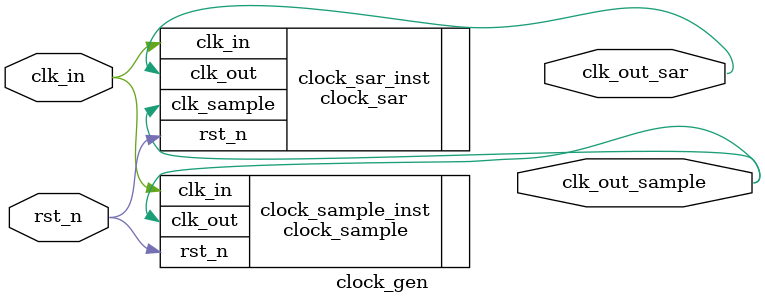
<source format=v>
module clock_gen (
    input wire clk_in,          // 2 MHz input clock
    input wire rst_n,           // Active low reset
    output wire clk_out_sample, // 200 kHz divided clock output
    output wire clk_out_sar     // SAR operation clock
);

    // Instantiate the clock divider
    clock_sample #(
        .N(10) // Set the divide factor to 10 for 2 MHz -> 200 kHz division
    ) clock_sample_inst (
        .clk_in(clk_in),
        .rst_n(rst_n),
        .clk_out(clk_out_sample)
    );

    clock_sar #(
        .N(8) // Number Of beats for sar bits
    ) clock_sar_inst (
        .clk_in(clk_in),
        .clk_sample(clk_out_sample),
        .rst_n(rst_n),
        .clk_out(clk_out_sar)
    );

endmodule

</source>
